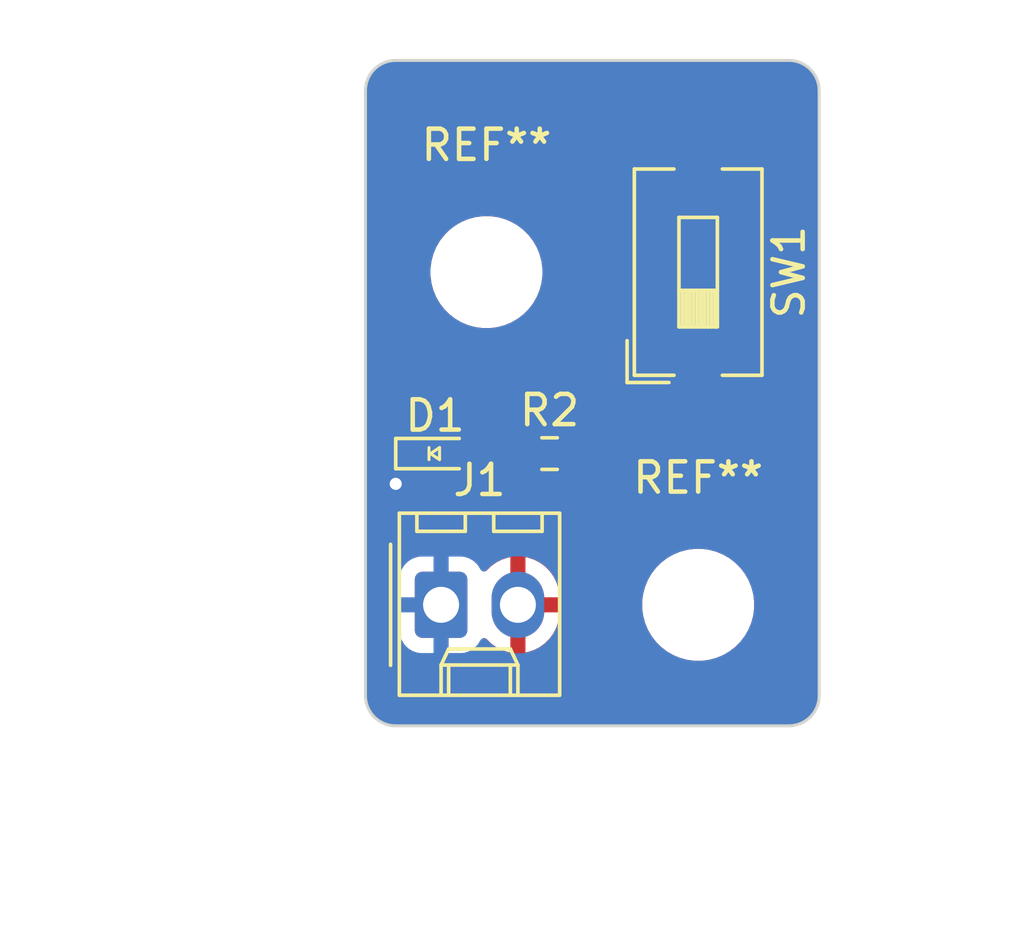
<source format=kicad_pcb>
(kicad_pcb (version 20240108) (generator "pcbnew") (generator_version "8.0")
  (title_block (title "LED Project") (date "2024-09-18") (rev "1.0") (company "Illini Solar Car") (comment 1 "Designed By: Rishi Deshpande"))
  (layers (0 "F.Cu" signal) (31 "B.Cu" signal) (34 "B.Paste" user) (35 "F.Paste" user) (36 "B.SilkS" user "B.Silkscreen") (37 "F.SilkS" user "F.Silkscreen") (38 "B.Mask" user) (39 "F.Mask" user) (44 "Edge.Cuts" user))
  (net 0 "")
  (net 1 "Net-(D1-A)")
  (net 2 "GND")
  (net 3 "Net-(R2-Pad2)")
  (net 4 "+3V3")
  (footprint "MountingHole:MountingHole_3.2mm_M3" (layer "F.Cu") (at 139 60)
    (property "Reference" "REF**" (at 0 -4.2 0) (layer "F.SilkS"))
    (property "Value" "MountingHole_3.2mm_M3")
    (pad "" np_thru_hole circle (at 0 0) (size 3.2 3.2) (drill 3.2) (layers "*.Cu" "*.Mask"))
  )
  (footprint "layout:LED_0603_Symbol_on_F.SilkS" (layer "F.Cu") (at 137.3 66)
    (property "Reference" "D1" (at 0 -1.25 0) (layer "F.SilkS"))
    (property "Value" "LED_Purple")
    (fp_line (start -1.3 -0.5) (end -1.3 0.5) (stroke (width 0.12)) (layer "F.SilkS"))
    (fp_line (start -1.3 -0.5) (end 0.8 -0.5) (stroke (width 0.12)) (layer "F.SilkS"))
    (fp_line (start -1.3 0.5) (end 0.8 0.5) (stroke (width 0.12)) (layer "F.SilkS"))
    (fp_line (start -0.2 -0.2) (end -0.2 0.2) (stroke (width 0.1)) (layer "F.SilkS"))
    (fp_line (start -0.15 0) (end 0.15 -0.2) (stroke (width 0.1)) (layer "F.SilkS"))
    (fp_line (start 0.15 -0.2) (end 0.15 0.2) (stroke (width 0.1)) (layer "F.SilkS"))
    (fp_line (start 0.15 0.2) (end -0.15 0) (stroke (width 0.1)) (layer "F.SilkS"))
    (pad "1" smd rect (at -0.8 0 180) (size 0.8 0.8) (layers "F.Cu" "F.Paste" "F.Mask") (net 2 "GND"))
    (pad "2" smd rect (at 0.8 0 180) (size 0.8 0.8) (layers "F.Cu" "F.Paste" "F.Mask") (net 1 "Net-(D1-A)"))
  )
  (footprint "Connector_Molex:Molex_KK-254_AE-6410-02A_1x02_P2.54mm_Vertical" (layer "F.Cu") (at 137.5 71)
    (property "Reference" "J1" (at 1.27 -4.12 0) (layer "F.SilkS"))
    (property "Value" "Conn_01x02")
    (fp_line (start -1.67 -2) (end -1.67 2) (stroke (width 0.12)) (layer "F.SilkS"))
    (fp_line (start -1.38 -3.03) (end -1.38 2.99) (stroke (width 0.12)) (layer "F.SilkS"))
    (fp_line (start -1.38 2.99) (end 3.92 2.99) (stroke (width 0.12)) (layer "F.SilkS"))
    (fp_line (start -0.8 -3.03) (end -0.8 -2.43) (stroke (width 0.12)) (layer "F.SilkS"))
    (fp_line (start -0.8 -2.43) (end 0.8 -2.43) (stroke (width 0.12)) (layer "F.SilkS"))
    (fp_line (start 0 1.99) (end 0.25 1.46) (stroke (width 0.12)) (layer "F.SilkS"))
    (fp_line (start 0 1.99) (end 2.54 1.99) (stroke (width 0.12)) (layer "F.SilkS"))
    (fp_line (start 0 2.99) (end 0 1.99) (stroke (width 0.12)) (layer "F.SilkS"))
    (fp_line (start 0.25 1.46) (end 2.29 1.46) (stroke (width 0.12)) (layer "F.SilkS"))
    (fp_line (start 0.25 2.99) (end 0.25 1.99) (stroke (width 0.12)) (layer "F.SilkS"))
    (fp_line (start 0.8 -2.43) (end 0.8 -3.03) (stroke (width 0.12)) (layer "F.SilkS"))
    (fp_line (start 1.74 -3.03) (end 1.74 -2.43) (stroke (width 0.12)) (layer "F.SilkS"))
    (fp_line (start 1.74 -2.43) (end 3.34 -2.43) (stroke (width 0.12)) (layer "F.SilkS"))
    (fp_line (start 2.29 1.46) (end 2.54 1.99) (stroke (width 0.12)) (layer "F.SilkS"))
    (fp_line (start 2.29 2.99) (end 2.29 1.99) (stroke (width 0.12)) (layer "F.SilkS"))
    (fp_line (start 2.54 1.99) (end 2.54 2.99) (stroke (width 0.12)) (layer "F.SilkS"))
    (fp_line (start 3.34 -2.43) (end 3.34 -3.03) (stroke (width 0.12)) (layer "F.SilkS"))
    (fp_line (start 3.92 -3.03) (end -1.38 -3.03) (stroke (width 0.12)) (layer "F.SilkS"))
    (fp_line (start 3.92 2.99) (end 3.92 -3.03) (stroke (width 0.12)) (layer "F.SilkS"))
    (pad "1" thru_hole roundrect (at 0 0) (size 1.74 2.19) (drill 1.19) (layers "*.Cu" "*.Mask") (roundrect_rratio 0.143678) (net 2 "GND"))
    (pad "2" thru_hole oval (at 2.54 0) (size 1.74 2.19) (drill 1.19) (layers "*.Cu" "*.Mask") (net 4 "+3V3"))
  )
  (footprint "Button_Switch_SMD:SW_DIP_SPSTx01_Slide_6.7x4.1mm_W8.61mm_P2.54mm_LowProfile" (layer "F.Cu") (at 146 60 90)
    (property "Reference" "SW1" (at 0 3 -90) (layer "F.SilkS"))
    (property "Value" "SW_Push")
    (fp_line (start -3.65 -2.35) (end -2.267 -2.35) (stroke (width 0.12)) (layer "F.SilkS"))
    (fp_line (start -3.65 -2.35) (end -3.65 -0.967) (stroke (width 0.12)) (layer "F.SilkS"))
    (fp_line (start 3.41 -2.11) (end 3.41 -0.8) (stroke (width 0.12)) (layer "F.SilkS"))
    (fp_line (start -3.41 -2.11) (end 3.41 -2.11) (stroke (width 0.12)) (layer "F.SilkS"))
    (fp_line (start -3.41 -2.11) (end -3.41 -0.8) (stroke (width 0.12)) (layer "F.SilkS"))
    (fp_line (start 1.81 -0.635) (end -1.81 -0.635) (stroke (width 0.12)) (layer "F.SilkS"))
    (fp_line (start -0.603333 -0.635) (end -0.603333 0.635) (stroke (width 0.12)) (layer "F.SilkS"))
    (fp_line (start -1.81 -0.635) (end -1.81 0.635) (stroke (width 0.12)) (layer "F.SilkS"))
    (fp_line (start -1.81 -0.515) (end -0.603333 -0.515) (stroke (width 0.12)) (layer "F.SilkS"))
    (fp_line (start -1.81 -0.395) (end -0.603333 -0.395) (stroke (width 0.12)) (layer "F.SilkS"))
    (fp_line (start -1.81 -0.275) (end -0.603333 -0.275) (stroke (width 0.12)) (layer "F.SilkS"))
    (fp_line (start -1.81 -0.155) (end -0.603333 -0.155) (stroke (width 0.12)) (layer "F.SilkS"))
    (fp_line (start -1.81 -0.035) (end -0.603333 -0.035) (stroke (width 0.12)) (layer "F.SilkS"))
    (fp_line (start -1.81 0.085) (end -0.603333 0.085) (stroke (width 0.12)) (layer "F.SilkS"))
    (fp_line (start -1.81 0.205) (end -0.603333 0.205) (stroke (width 0.12)) (layer "F.SilkS"))
    (fp_line (start -1.81 0.325) (end -0.603333 0.325) (stroke (width 0.12)) (layer "F.SilkS"))
    (fp_line (start -1.81 0.445) (end -0.603333 0.445) (stroke (width 0.12)) (layer "F.SilkS"))
    (fp_line (start -1.81 0.565) (end -0.603333 0.565) (stroke (width 0.12)) (layer "F.SilkS"))
    (fp_line (start 1.81 0.635) (end 1.81 -0.635) (stroke (width 0.12)) (layer "F.SilkS"))
    (fp_line (start -1.81 0.635) (end 1.81 0.635) (stroke (width 0.12)) (layer "F.SilkS"))
    (fp_line (start 3.41 0.8) (end 3.41 2.11) (stroke (width 0.12)) (layer "F.SilkS"))
    (fp_line (start -3.41 0.8) (end -3.41 2.11) (stroke (width 0.12)) (layer "F.SilkS"))
    (fp_line (start -3.41 2.11) (end 3.41 2.11) (stroke (width 0.12)) (layer "F.SilkS"))
    (pad "1" smd rect (at -4.305 0 90) (size 2.44 1.12) (layers "F.Cu" "F.Paste" "F.Mask") (net 4 "+3V3"))
    (pad "2" smd rect (at 4.305 0 90) (size 2.44 1.12) (layers "F.Cu" "F.Paste" "F.Mask") (net 3 "Net-(R2-Pad2)"))
  )
  (footprint "MountingHole:MountingHole_3.2mm_M3" (layer "F.Cu") (at 146 71)
    (property "Reference" "REF**" (at 0 -4.2 0) (layer "F.SilkS"))
    (property "Value" "MountingHole_3.2mm_M3")
    (pad "" np_thru_hole circle (at 0 0) (size 3.2 3.2) (drill 3.2) (layers "*.Cu" "*.Mask"))
  )
  (footprint "Resistor_SMD:R_0603_1608Metric_Pad0.98x0.95mm_HandSolder" (layer "F.Cu") (at 141.0875 66)
    (property "Reference" "R2" (at 0 -1.43 0) (layer "F.SilkS"))
    (property "Value" "105")
    (fp_line (start -0.254724 -0.5225) (end 0.254724 -0.5225) (stroke (width 0.12)) (layer "F.SilkS"))
    (fp_line (start -0.254724 0.5225) (end 0.254724 0.5225) (stroke (width 0.12)) (layer "F.SilkS"))
    (pad "1" smd roundrect (at -0.9125 0) (size 0.975 0.95) (layers "F.Cu" "F.Paste" "F.Mask") (net 1 "Net-(D1-A)"))
    (pad "2" smd roundrect (at 0.9125 0) (size 0.975 0.95) (layers "F.Cu" "F.Paste" "F.Mask") (net 3 "Net-(R2-Pad2)"))
  )
  (gr_line (start 149 75) (end 136 75) (stroke (width 0.1)) (layer "Edge.Cuts"))
  (gr_line (start 135 74) (end 135 54) (stroke (width 0.1)) (layer "Edge.Cuts"))
  (gr_arc (start 136 75) (mid 135.292893 74.707107) (end 135 74) (stroke (width 0.1)) (layer "Edge.Cuts"))
  (gr_arc (start 135 54) (mid 135.292893 53.292893) (end 136 53) (stroke (width 0.1)) (layer "Edge.Cuts"))
  (gr_arc (start 150 74) (mid 149.707107 74.707107) (end 149 75) (stroke (width 0.1)) (layer "Edge.Cuts"))
  (gr_line (start 150 54) (end 150 74) (stroke (width 0.1)) (layer "Edge.Cuts"))
  (gr_arc (start 149 53) (mid 149.707107 53.292893) (end 150 54) (stroke (width 0.1)) (layer "Edge.Cuts"))
  (gr_line (start 136 53) (end 149 53) (stroke (width 0.1)) (layer "Edge.Cuts"))
  (segment (start 140.175 66) (end 138.1 66) (width 0.25) (layer "F.Cu") (net 1))
  (segment (start 136.5 66.5) (end 136 67) (width 0.25) (layer "F.Cu") (net 2))
  (segment (start 136.5 66) (end 136.5 66.5) (width 0.25) (layer "F.Cu") (net 2))
  (via (at 136 67) (size 0.8) (drill 0.4) (layers "F.Cu" "B.Cu") (net 2))
  (segment (start 146 55.695) (end 143.305 55.695) (width 0.25) (layer "F.Cu") (net 3))
  (segment (start 143.305 55.695) (end 143 56) (width 0.25) (layer "F.Cu") (net 3))
  (segment (start 143 66) (end 142 66) (width 0.25) (layer "F.Cu") (net 3))
  (segment (start 143 56) (end 143 66) (width 0.25) (layer "F.Cu") (net 3))
  (zone (net 4) (net_name "+3V3") (layer "F.Cu") (connect_pads (clearance 0.508)) (min_thickness 0.25) (fill yes (thermal_gap 0.5) (thermal_bridge_width 0.5))
    (polygon (pts (xy 135 53) (xy 150 53) (xy 150 75) (xy 135 75)))
  )
  (zone (net 2) (net_name "GND") (layer "B.Cu") (priority 1) (connect_pads (clearance 0.508)) (min_thickness 0.25) (fill yes (thermal_gap 0.5) (thermal_bridge_width 0.5))
    (polygon (pts (xy 135 53) (xy 150 53) (xy 150 75) (xy 135 75)))
  )
)
</source>
